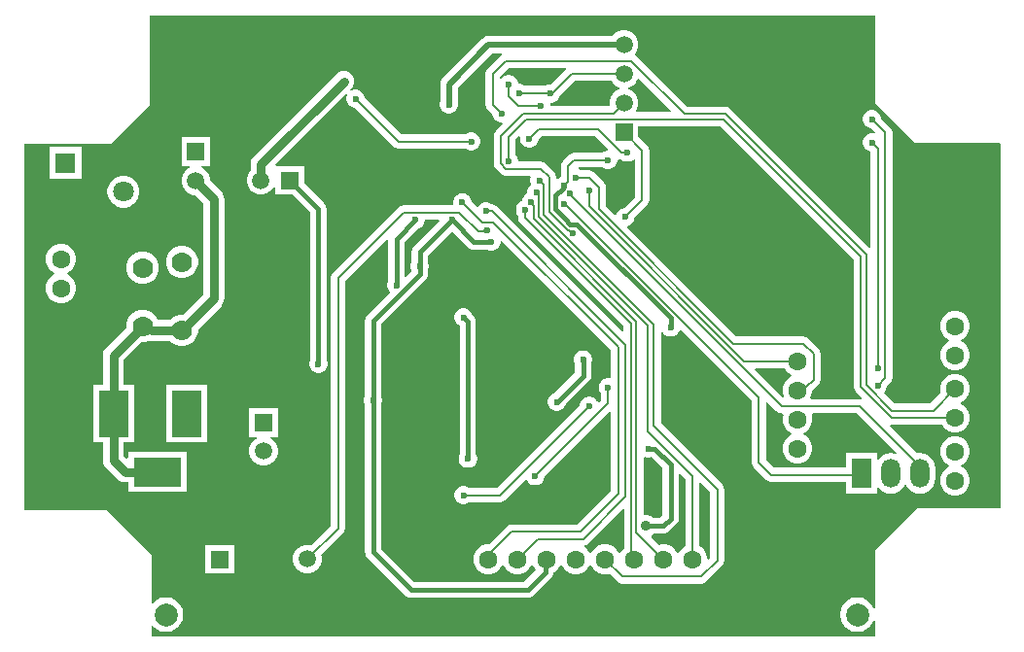
<source format=gbl>
G04*
G04 #@! TF.GenerationSoftware,Altium Limited,Altium Designer,23.6.0 (18)*
G04*
G04 Layer_Physical_Order=2*
G04 Layer_Color=255*
%FSLAX44Y44*%
%MOMM*%
G71*
G04*
G04 #@! TF.SameCoordinates,157544A1-0EA0-4F56-A15C-28E52037D784*
G04*
G04*
G04 #@! TF.FilePolarity,Positive*
G04*
G01*
G75*
%ADD10C,0.2000*%
%ADD36C,2.0000*%
%ADD56C,1.5000*%
%ADD94C,1.8000*%
%ADD102R,1.8000X1.8000*%
%ADD108C,0.4000*%
%ADD109C,0.8000*%
%ADD111C,0.5000*%
%ADD112O,1.6510X2.5400*%
%ADD113R,1.6510X2.5400*%
%ADD114C,1.6000*%
%ADD115R,1.5000X1.5000*%
%ADD116R,4.0640X2.5400*%
%ADD117R,2.5400X4.0640*%
%ADD118C,1.7780*%
%ADD119R,1.5000X1.5000*%
%ADD120R,1.5200X1.5200*%
%ADD121C,1.5200*%
%ADD122C,0.6000*%
%ADD123C,0.9000*%
G36*
X740410Y354330D02*
X774700Y320040D01*
X848360D01*
X849630Y318770D01*
Y1270D01*
X777240D01*
X740410Y-35560D01*
Y-85717D01*
X739140Y-85970D01*
X738463Y-84335D01*
X736821Y-81878D01*
X734732Y-79789D01*
X732275Y-78147D01*
X729545Y-77017D01*
X726647Y-76440D01*
X723693D01*
X720795Y-77017D01*
X718065Y-78147D01*
X715608Y-79789D01*
X713519Y-81878D01*
X711877Y-84335D01*
X710747Y-87065D01*
X710170Y-89963D01*
Y-92917D01*
X710747Y-95815D01*
X711877Y-98545D01*
X713519Y-101002D01*
X715608Y-103091D01*
X718065Y-104733D01*
X720795Y-105864D01*
X723693Y-106440D01*
X726647D01*
X729545Y-105864D01*
X732275Y-104733D01*
X734732Y-103091D01*
X736821Y-101002D01*
X738463Y-98545D01*
X739140Y-96910D01*
X740410Y-97163D01*
Y-110490D01*
X110490D01*
Y-101536D01*
X111760Y-101223D01*
X113628Y-103091D01*
X116085Y-104733D01*
X118815Y-105864D01*
X121713Y-106440D01*
X124667D01*
X127565Y-105864D01*
X130295Y-104733D01*
X132752Y-103091D01*
X134841Y-101002D01*
X136483Y-98545D01*
X137613Y-95815D01*
X138190Y-92917D01*
Y-89963D01*
X137613Y-87065D01*
X136483Y-84335D01*
X134841Y-81878D01*
X132752Y-79789D01*
X130295Y-78147D01*
X127565Y-77017D01*
X124667Y-76440D01*
X121713D01*
X118815Y-77017D01*
X116085Y-78147D01*
X113628Y-79789D01*
X111760Y-81657D01*
X110490Y-81344D01*
Y-39370D01*
X71132Y-12D01*
X0D01*
Y318770D01*
X74930D01*
X109220Y353060D01*
Y430530D01*
X740410D01*
Y354330D01*
D02*
G37*
%LPC*%
G36*
X278130Y382458D02*
X275781Y382148D01*
X273591Y381241D01*
X271711Y379799D01*
X199521Y307609D01*
X198078Y305729D01*
X197172Y303539D01*
X196862Y301190D01*
Y295620D01*
X195938Y294695D01*
X194292Y291845D01*
X193440Y288666D01*
Y285374D01*
X194292Y282195D01*
X195938Y279345D01*
X198265Y277017D01*
X201115Y275372D01*
X204294Y274520D01*
X207586D01*
X210765Y275372D01*
X213615Y277017D01*
X215942Y279345D01*
X217170Y281471D01*
X218440Y281131D01*
Y274520D01*
X233455D01*
X248840Y259135D01*
Y130771D01*
X248445Y130088D01*
X247900Y128053D01*
Y125947D01*
X248445Y123912D01*
X249498Y122088D01*
X250988Y120598D01*
X252812Y119545D01*
X254847Y119000D01*
X256953D01*
X258988Y119545D01*
X260812Y120598D01*
X262302Y122088D01*
X263355Y123912D01*
X263900Y125947D01*
Y128053D01*
X263355Y130088D01*
X262960Y130771D01*
Y262060D01*
X262720Y263887D01*
X262015Y265590D01*
X260893Y267052D01*
X243440Y284505D01*
Y299520D01*
X219607D01*
X218904Y299520D01*
X218334Y300746D01*
X280124Y362537D01*
X281141Y361757D01*
X280835Y361228D01*
X280290Y359193D01*
Y357087D01*
X280835Y355052D01*
X281888Y353228D01*
X283378Y351738D01*
X285202Y350685D01*
X287237Y350140D01*
X287638D01*
X321223Y316556D01*
X323207Y315230D01*
X325548Y314764D01*
X383852D01*
X384136Y314480D01*
X385961Y313427D01*
X387995Y312882D01*
X390102D01*
X392136Y313427D01*
X393960Y314480D01*
X395450Y315970D01*
X396503Y317794D01*
X397048Y319828D01*
Y321935D01*
X396503Y323969D01*
X395450Y325794D01*
X393960Y327283D01*
X392136Y328336D01*
X390102Y328882D01*
X387995D01*
X385961Y328336D01*
X384136Y327283D01*
X383852Y326999D01*
X328082D01*
X296290Y358792D01*
Y359193D01*
X295745Y361228D01*
X294692Y363052D01*
X293202Y364542D01*
X291378Y365595D01*
X289343Y366140D01*
X287237D01*
X285202Y365595D01*
X284673Y365289D01*
X283893Y366306D01*
X284549Y366961D01*
X285991Y368841D01*
X286898Y371031D01*
X287208Y373380D01*
X286898Y375729D01*
X285991Y377919D01*
X284549Y379799D01*
X282669Y381241D01*
X280479Y382148D01*
X278130Y382458D01*
D02*
G37*
G36*
X49710Y316007D02*
X21710D01*
Y288007D01*
X49710D01*
Y316007D01*
D02*
G37*
G36*
X88053Y291113D02*
X84367D01*
X80806Y290159D01*
X77614Y288316D01*
X75007Y285709D01*
X73164Y282517D01*
X72210Y278956D01*
Y275270D01*
X73164Y271709D01*
X75007Y268517D01*
X77614Y265910D01*
X80806Y264067D01*
X84367Y263113D01*
X88053D01*
X91614Y264067D01*
X94806Y265910D01*
X97413Y268517D01*
X99256Y271709D01*
X100210Y275270D01*
Y278956D01*
X99256Y282517D01*
X97413Y285709D01*
X94806Y288316D01*
X91614Y290159D01*
X88053Y291113D01*
D02*
G37*
G36*
X138989Y229790D02*
X135331D01*
X131799Y228843D01*
X128631Y227015D01*
X126045Y224429D01*
X124217Y221261D01*
X123270Y217729D01*
Y214071D01*
X124217Y210539D01*
X126045Y207371D01*
X128631Y204785D01*
X131799Y202957D01*
X135331Y202010D01*
X138989D01*
X142521Y202957D01*
X145689Y204785D01*
X148275Y207371D01*
X150103Y210539D01*
X151050Y214071D01*
Y217729D01*
X150103Y221261D01*
X148275Y224429D01*
X145689Y227015D01*
X142521Y228843D01*
X138989Y229790D01*
D02*
G37*
G36*
X104699Y224710D02*
X101041D01*
X97509Y223763D01*
X94341Y221935D01*
X91755Y219349D01*
X89927Y216181D01*
X88980Y212649D01*
Y208991D01*
X89927Y205459D01*
X91755Y202291D01*
X94341Y199705D01*
X97509Y197877D01*
X101041Y196930D01*
X104699D01*
X108231Y197877D01*
X111399Y199705D01*
X113985Y202291D01*
X115813Y205459D01*
X116760Y208991D01*
Y212649D01*
X115813Y216181D01*
X113985Y219349D01*
X111399Y221935D01*
X108231Y223763D01*
X104699Y224710D01*
D02*
G37*
G36*
X33461Y231440D02*
X30038D01*
X26732Y230554D01*
X23768Y228843D01*
X21347Y226422D01*
X19636Y223458D01*
X18750Y220152D01*
Y216728D01*
X19636Y213422D01*
X21347Y210458D01*
X23768Y208037D01*
X26563Y206424D01*
X26654Y205740D01*
X26563Y205056D01*
X23768Y203443D01*
X21347Y201022D01*
X19636Y198058D01*
X18750Y194751D01*
Y191329D01*
X19636Y188022D01*
X21347Y185058D01*
X23768Y182637D01*
X26732Y180926D01*
X30038Y180040D01*
X33461D01*
X36768Y180926D01*
X39732Y182637D01*
X42153Y185058D01*
X43864Y188022D01*
X44750Y191329D01*
Y194751D01*
X43864Y198058D01*
X42153Y201022D01*
X39732Y203443D01*
X36937Y205056D01*
X36846Y205740D01*
X36937Y206424D01*
X39732Y208037D01*
X42153Y210458D01*
X43864Y213422D01*
X44750Y216728D01*
Y220152D01*
X43864Y223458D01*
X42153Y226422D01*
X39732Y228843D01*
X36768Y230554D01*
X33461Y231440D01*
D02*
G37*
G36*
X161752Y324435D02*
X136752D01*
Y299435D01*
X144192D01*
X144427Y298183D01*
X141577Y296538D01*
X139249Y294210D01*
X137604Y291360D01*
X136752Y288181D01*
Y284889D01*
X137604Y281710D01*
X139249Y278860D01*
X141577Y276533D01*
X144427Y274887D01*
X147606Y274035D01*
X148914D01*
X156022Y266927D01*
Y187910D01*
X138212Y170100D01*
X135331D01*
X131799Y169153D01*
X128631Y167325D01*
X126594Y165288D01*
X115838D01*
X115813Y165381D01*
X113985Y168549D01*
X111399Y171135D01*
X108231Y172963D01*
X104699Y173910D01*
X101041D01*
X97509Y172963D01*
X94341Y171135D01*
X91755Y168549D01*
X89927Y165381D01*
X88980Y161849D01*
Y158968D01*
X71051Y141039D01*
X69608Y139159D01*
X68702Y136969D01*
X68392Y134620D01*
Y109140D01*
X59770D01*
Y58500D01*
X68392D01*
Y43180D01*
X68702Y40831D01*
X69608Y38641D01*
X71051Y36761D01*
X81211Y26601D01*
X81211Y26601D01*
X83091Y25159D01*
X85281Y24252D01*
X87630Y23942D01*
X90250D01*
Y15320D01*
X140890D01*
Y50720D01*
X90250D01*
Y44897D01*
X89077Y44411D01*
X86548Y46940D01*
Y58500D01*
X95170D01*
Y109140D01*
X86548D01*
Y130860D01*
X101818Y146130D01*
X104699D01*
X108231Y147077D01*
X108749Y147376D01*
X110597Y147132D01*
X126594D01*
X128631Y145095D01*
X131799Y143267D01*
X135331Y142320D01*
X138989D01*
X142521Y143267D01*
X145689Y145095D01*
X148275Y147681D01*
X150103Y150849D01*
X151050Y154381D01*
Y157262D01*
X171519Y177731D01*
X172962Y179611D01*
X173868Y181800D01*
X174178Y184150D01*
Y270687D01*
X173868Y273036D01*
X172962Y275226D01*
X171519Y277106D01*
X161752Y286873D01*
Y288181D01*
X160900Y291360D01*
X159254Y294210D01*
X156927Y296538D01*
X154077Y298183D01*
X154312Y299435D01*
X161752D01*
Y324435D01*
D02*
G37*
G36*
X523629Y417730D02*
X520311D01*
X517107Y416871D01*
X514233Y415213D01*
X511888Y412867D01*
X511788Y412695D01*
X403860D01*
X401902Y412437D01*
X400078Y411681D01*
X398511Y410479D01*
X398511Y410479D01*
X364221Y376189D01*
X363019Y374622D01*
X362263Y372798D01*
X362005Y370840D01*
Y355738D01*
X361570Y354113D01*
Y352007D01*
X362115Y349972D01*
X363168Y348148D01*
X364658Y346658D01*
X366482Y345605D01*
X368517Y345060D01*
X370623D01*
X372658Y345605D01*
X374482Y346658D01*
X375972Y348148D01*
X377025Y349972D01*
X377570Y352007D01*
Y354113D01*
X377135Y355738D01*
Y367707D01*
X406993Y397565D01*
X415601D01*
X415986Y396295D01*
X414774Y395486D01*
X403344Y384056D01*
X402018Y382071D01*
X401553Y379730D01*
Y353060D01*
X402018Y350719D01*
X403344Y348734D01*
X407290Y344789D01*
Y344387D01*
X407835Y342352D01*
X408888Y340528D01*
X410378Y339038D01*
X412202Y337985D01*
X414237Y337440D01*
X415892D01*
X416472Y336223D01*
X410398Y330150D01*
X409072Y328165D01*
X408607Y325824D01*
Y301556D01*
X409072Y299215D01*
X410398Y297230D01*
X414785Y292844D01*
X416769Y291518D01*
X419110Y291052D01*
X440101D01*
X440768Y289782D01*
X440310Y288073D01*
Y285967D01*
X440855Y283932D01*
X441139Y283441D01*
X440828Y283262D01*
X439338Y281772D01*
X438285Y279948D01*
X437740Y277913D01*
Y275807D01*
X437879Y275290D01*
X436288Y274372D01*
X434799Y272882D01*
X433745Y271058D01*
X433200Y269023D01*
Y268726D01*
X432913Y268650D01*
X431089Y267596D01*
X429600Y266107D01*
X428546Y264283D01*
X428001Y262248D01*
Y260142D01*
X428546Y258107D01*
X429600Y256283D01*
X429884Y255999D01*
Y254308D01*
X430349Y251967D01*
X431676Y249983D01*
X521553Y160106D01*
Y155508D01*
X520379Y155022D01*
X411122Y264279D01*
X409137Y265606D01*
X407089Y266013D01*
X406747Y266355D01*
X404922Y267408D01*
X402888Y267954D01*
X400781D01*
X398747Y267408D01*
X396922Y266355D01*
X395433Y264866D01*
X394975Y264072D01*
X393716Y263906D01*
X389206Y268416D01*
Y268817D01*
X388661Y270852D01*
X387608Y272676D01*
X386118Y274166D01*
X384294Y275219D01*
X382259Y275764D01*
X380153D01*
X378118Y275219D01*
X376294Y274166D01*
X374804Y272676D01*
X373751Y270852D01*
X373206Y268817D01*
Y266711D01*
X373341Y266205D01*
X372568Y265198D01*
X330200D01*
X327859Y264732D01*
X325874Y263406D01*
X268724Y206256D01*
X267398Y204271D01*
X266933Y201930D01*
Y-13849D01*
X249763Y-31019D01*
X248026Y-30553D01*
X244734D01*
X241555Y-31405D01*
X238705Y-33050D01*
X236378Y-35378D01*
X234732Y-38228D01*
X233880Y-41407D01*
Y-44699D01*
X234732Y-47878D01*
X236378Y-50728D01*
X238705Y-53056D01*
X241555Y-54701D01*
X244734Y-55553D01*
X248026D01*
X251205Y-54701D01*
X254055Y-53056D01*
X256383Y-50728D01*
X258028Y-47878D01*
X258880Y-44699D01*
Y-41407D01*
X258414Y-39670D01*
X277376Y-20709D01*
X278702Y-18724D01*
X279167Y-16383D01*
Y199396D01*
X315520Y235748D01*
X316790Y235222D01*
Y199351D01*
X316395Y198668D01*
X315850Y196633D01*
Y194527D01*
X316395Y192492D01*
X317448Y190668D01*
X318532Y189584D01*
X298538Y169589D01*
X297416Y168127D01*
X296710Y166424D01*
X296470Y164597D01*
Y99021D01*
X296075Y98338D01*
X295530Y96303D01*
Y94197D01*
X296075Y92162D01*
X296470Y91479D01*
Y-36830D01*
X296710Y-38657D01*
X297416Y-40360D01*
X298538Y-41822D01*
X331558Y-74842D01*
X333020Y-75964D01*
X334723Y-76670D01*
X336550Y-76910D01*
X438150D01*
X439977Y-76670D01*
X441680Y-75964D01*
X443142Y-74842D01*
X458382Y-59602D01*
X459505Y-58140D01*
X460210Y-56437D01*
X460416Y-54868D01*
X462642Y-53583D01*
X465063Y-51162D01*
X466676Y-48367D01*
X467360Y-48276D01*
X468044Y-48367D01*
X469657Y-51162D01*
X472078Y-53583D01*
X475042Y-55294D01*
X478349Y-56180D01*
X481772D01*
X485078Y-55294D01*
X488042Y-53583D01*
X490463Y-51162D01*
X492076Y-48367D01*
X492760Y-48276D01*
X493444Y-48367D01*
X495057Y-51162D01*
X497478Y-53583D01*
X500442Y-55294D01*
X503749Y-56180D01*
X507172D01*
X509251Y-55623D01*
X516184Y-62556D01*
X518169Y-63882D01*
X520510Y-64347D01*
X589470D01*
X591811Y-63882D01*
X593796Y-62556D01*
X607576Y-48776D01*
X608902Y-46791D01*
X609367Y-44450D01*
Y17780D01*
X608902Y20121D01*
X607576Y22106D01*
X554217Y75464D01*
Y154746D01*
X555488Y155086D01*
X556208Y153838D01*
X557698Y152348D01*
X559522Y151295D01*
X561557Y150750D01*
X563663D01*
X565698Y151295D01*
X567522Y152348D01*
X569012Y153838D01*
X570065Y155662D01*
X570306Y156564D01*
X571723Y156944D01*
X633368Y95298D01*
Y41234D01*
X633834Y38893D01*
X635160Y36909D01*
X645914Y26154D01*
X647899Y24828D01*
X650240Y24362D01*
X715725D01*
Y14050D01*
X742235D01*
Y19273D01*
X743505Y19704D01*
X744926Y17851D01*
X747695Y15727D01*
X750920Y14391D01*
X754380Y13936D01*
X757840Y14391D01*
X761065Y15727D01*
X763834Y17851D01*
X765958Y20620D01*
X766445Y21795D01*
X767715D01*
X768202Y20620D01*
X770326Y17851D01*
X773095Y15727D01*
X776320Y14391D01*
X779780Y13936D01*
X783240Y14391D01*
X786465Y15727D01*
X789234Y17851D01*
X791358Y20620D01*
X792694Y23845D01*
X793149Y27305D01*
Y36195D01*
X792694Y39655D01*
X791358Y42880D01*
X789234Y45649D01*
X786465Y47773D01*
X783240Y49109D01*
X779780Y49564D01*
X777294Y49237D01*
X753615Y72917D01*
X754240Y74088D01*
X755221Y73892D01*
X798781D01*
X799857Y72028D01*
X802278Y69607D01*
X805242Y67896D01*
X808549Y67010D01*
X811972D01*
X815278Y67896D01*
X818242Y69607D01*
X820663Y72028D01*
X822374Y74992D01*
X823260Y78299D01*
Y81721D01*
X822374Y85028D01*
X820663Y87992D01*
X818242Y90413D01*
X815447Y92026D01*
X815356Y92710D01*
X815447Y93394D01*
X818242Y95007D01*
X820663Y97428D01*
X822374Y100392D01*
X823260Y103699D01*
Y107121D01*
X822374Y110428D01*
X820663Y113392D01*
X818242Y115813D01*
X815278Y117524D01*
X811972Y118410D01*
X808549D01*
X805242Y117524D01*
X802278Y115813D01*
X799857Y113392D01*
X798146Y110428D01*
X797260Y107121D01*
Y103699D01*
X797817Y101619D01*
X788676Y92478D01*
X757825D01*
X748308Y101994D01*
X749352Y103038D01*
X750405Y104862D01*
X750950Y106897D01*
Y107298D01*
X753816Y110164D01*
X755142Y112149D01*
X755608Y114490D01*
Y328740D01*
X755142Y331081D01*
X753816Y333066D01*
X745870Y341012D01*
Y341413D01*
X745325Y343448D01*
X744272Y345272D01*
X742782Y346762D01*
X740958Y347815D01*
X738923Y348360D01*
X736817D01*
X734782Y347815D01*
X732958Y346762D01*
X731468Y345272D01*
X730415Y343448D01*
X729870Y341413D01*
Y339307D01*
X730415Y337272D01*
X731468Y335448D01*
X732958Y333958D01*
X734782Y332905D01*
X736817Y332360D01*
X737218D01*
X740700Y328879D01*
X740042Y327740D01*
X738923Y328040D01*
X736817D01*
X734782Y327495D01*
X732958Y326442D01*
X731468Y324952D01*
X730415Y323128D01*
X729870Y321093D01*
Y318987D01*
X730415Y316952D01*
X731468Y315128D01*
X732958Y313638D01*
X734782Y312585D01*
X736817Y312040D01*
X736833D01*
Y228589D01*
X735659Y228103D01*
X614536Y349226D01*
X612552Y350552D01*
X610210Y351017D01*
X577114D01*
X532646Y395486D01*
X531979Y395931D01*
X531854Y397195D01*
X532052Y397393D01*
X533711Y400267D01*
X534570Y403471D01*
Y406789D01*
X533711Y409993D01*
X532052Y412867D01*
X529707Y415213D01*
X526833Y416871D01*
X523629Y417730D01*
D02*
G37*
G36*
X811972Y173020D02*
X808549D01*
X805242Y172134D01*
X802278Y170423D01*
X799857Y168002D01*
X798146Y165038D01*
X797260Y161731D01*
Y158308D01*
X798146Y155002D01*
X799857Y152038D01*
X802278Y149617D01*
X805073Y148004D01*
X805164Y147320D01*
X805073Y146636D01*
X802278Y145023D01*
X799857Y142602D01*
X798146Y139638D01*
X797260Y136332D01*
Y132908D01*
X798146Y129602D01*
X799857Y126638D01*
X802278Y124217D01*
X805242Y122506D01*
X808549Y121620D01*
X811972D01*
X815278Y122506D01*
X818242Y124217D01*
X820663Y126638D01*
X822374Y129602D01*
X823260Y132908D01*
Y136332D01*
X822374Y139638D01*
X820663Y142602D01*
X818242Y145023D01*
X815447Y146636D01*
X815356Y147320D01*
X815447Y148004D01*
X818242Y149617D01*
X820663Y152038D01*
X822374Y155002D01*
X823260Y158308D01*
Y161731D01*
X822374Y165038D01*
X820663Y168002D01*
X818242Y170423D01*
X815278Y172134D01*
X811972Y173020D01*
D02*
G37*
G36*
X158670Y109140D02*
X123270D01*
Y58500D01*
X158670D01*
Y109140D01*
D02*
G37*
G36*
X220780Y88500D02*
X195780D01*
Y63500D01*
X202391D01*
X202731Y62230D01*
X200605Y61002D01*
X198277Y58675D01*
X196632Y55825D01*
X195780Y52646D01*
Y49354D01*
X196632Y46175D01*
X198277Y43325D01*
X200605Y40998D01*
X203455Y39352D01*
X206634Y38500D01*
X209926D01*
X213105Y39352D01*
X215955Y40998D01*
X218283Y43325D01*
X219928Y46175D01*
X220780Y49354D01*
Y52646D01*
X219928Y55825D01*
X218283Y58675D01*
X215955Y61002D01*
X213829Y62230D01*
X214169Y63500D01*
X220780D01*
Y88500D01*
D02*
G37*
G36*
X811972Y63800D02*
X808549D01*
X805242Y62914D01*
X802278Y61203D01*
X799857Y58782D01*
X798146Y55818D01*
X797260Y52512D01*
Y49089D01*
X798146Y45782D01*
X799857Y42818D01*
X802278Y40397D01*
X805073Y38784D01*
X805164Y38100D01*
X805073Y37416D01*
X802278Y35803D01*
X799857Y33382D01*
X798146Y30418D01*
X797260Y27111D01*
Y23688D01*
X798146Y20382D01*
X799857Y17418D01*
X802278Y14997D01*
X805242Y13286D01*
X808549Y12400D01*
X811972D01*
X815278Y13286D01*
X818242Y14997D01*
X820663Y17418D01*
X822374Y20382D01*
X823260Y23688D01*
Y27111D01*
X822374Y30418D01*
X820663Y33382D01*
X818242Y35803D01*
X815447Y37416D01*
X815356Y38100D01*
X815447Y38784D01*
X818242Y40397D01*
X820663Y42818D01*
X822374Y45782D01*
X823260Y49089D01*
Y52512D01*
X822374Y55818D01*
X820663Y58782D01*
X818242Y61203D01*
X815278Y62914D01*
X811972Y63800D01*
D02*
G37*
G36*
X182680Y-30680D02*
X157680D01*
Y-55680D01*
X182680D01*
Y-30680D01*
D02*
G37*
%LPD*%
G36*
X471641Y383773D02*
X458508Y370640D01*
X457257D01*
X455222Y370095D01*
X453911Y369338D01*
X435726D01*
X435442Y369622D01*
X433618Y370675D01*
X431583Y371220D01*
X429640D01*
Y371893D01*
X429095Y373928D01*
X428042Y375752D01*
X426552Y377242D01*
X424728Y378295D01*
X422693Y378840D01*
X420587D01*
X418552Y378295D01*
X416728Y377242D01*
X415238Y375752D01*
X415057Y375439D01*
X413787Y375779D01*
Y377196D01*
X421634Y385042D01*
X471240D01*
X471641Y383773D01*
D02*
G37*
G36*
X511888Y371993D02*
X514233Y369647D01*
X517107Y367989D01*
X518231Y367687D01*
Y366373D01*
X517107Y366071D01*
X514233Y364412D01*
X511888Y362067D01*
X510229Y359193D01*
X509370Y355989D01*
Y352671D01*
X509398Y352565D01*
X508625Y351558D01*
X457770D01*
Y353033D01*
X457609Y353632D01*
X458383Y354640D01*
X459363D01*
X461398Y355185D01*
X463222Y356238D01*
X464712Y357728D01*
X465765Y359552D01*
X466146Y360975D01*
X478784Y373613D01*
X510953D01*
X511888Y371993D01*
D02*
G37*
G36*
X563178Y347651D02*
X562692Y346478D01*
X533452D01*
X532719Y347747D01*
X533711Y349467D01*
X534570Y352671D01*
Y355989D01*
X533711Y359193D01*
X532052Y362067D01*
X529707Y364412D01*
X526833Y366071D01*
X525709Y366373D01*
Y367687D01*
X526833Y367989D01*
X529707Y369647D01*
X532052Y371993D01*
X533711Y374867D01*
X533858Y375415D01*
X535085Y375743D01*
X563178Y347651D01*
D02*
G37*
G36*
X507972Y314070D02*
X507446Y312800D01*
X506947D01*
X504912Y312255D01*
X503088Y311202D01*
X502804Y310917D01*
X478692D01*
X476351Y310452D01*
X474366Y309126D01*
X468988Y303748D01*
X467662Y301763D01*
X467196Y299422D01*
Y289838D01*
X466544Y289663D01*
X464719Y288610D01*
X464208Y288098D01*
X462938Y288624D01*
Y289940D01*
X462472Y292281D01*
X461146Y294266D01*
X453916Y301495D01*
X451932Y302821D01*
X449591Y303287D01*
X429819D01*
Y304763D01*
X429274Y306797D01*
X428221Y308622D01*
X427757Y309085D01*
Y322586D01*
X430404Y325232D01*
X431542Y324575D01*
X431510Y324454D01*
Y322348D01*
X432055Y320313D01*
X433108Y318489D01*
X434598Y316999D01*
X436422Y315946D01*
X438457Y315401D01*
X440563D01*
X442598Y315946D01*
X444422Y316999D01*
X445912Y318489D01*
X446965Y320313D01*
X447510Y322348D01*
Y322749D01*
X450113Y325353D01*
X496690D01*
X507972Y314070D01*
D02*
G37*
G36*
X531789Y305129D02*
Y272470D01*
X522338Y263020D01*
X521937D01*
X519902Y262475D01*
X518078Y261422D01*
X516589Y259932D01*
X515535Y258108D01*
X515327Y257332D01*
X513911Y256952D01*
X506497Y264365D01*
Y280670D01*
X506032Y283011D01*
X504706Y284996D01*
X495816Y293886D01*
X493831Y295212D01*
X491490Y295678D01*
X485050D01*
X484766Y295962D01*
X482942Y297015D01*
X482901Y297026D01*
X482255Y298514D01*
X482346Y298682D01*
X502804D01*
X503088Y298398D01*
X504912Y297345D01*
X506947Y296800D01*
X509053D01*
X511088Y297345D01*
X512912Y298398D01*
X514402Y299888D01*
X515455Y301712D01*
X516000Y303747D01*
Y304774D01*
X517185Y305488D01*
X517270Y305485D01*
X519494Y305042D01*
X519788Y304748D01*
X521612Y303695D01*
X523647Y303150D01*
X525753D01*
X527788Y303695D01*
X529612Y304748D01*
X530519Y305655D01*
X531789Y305129D01*
D02*
G37*
G36*
X361444Y251789D02*
X339178Y229522D01*
X338055Y228060D01*
X337350Y226357D01*
X337110Y224530D01*
Y215861D01*
X336715Y215178D01*
X336170Y213143D01*
Y211037D01*
X336715Y209002D01*
X337110Y208319D01*
Y208161D01*
X332084Y203136D01*
X330910Y203622D01*
Y233106D01*
X342686Y244881D01*
X343448Y245085D01*
X345272Y246138D01*
X346762Y247628D01*
X347815Y249452D01*
X348360Y251487D01*
Y252962D01*
X360958D01*
X361444Y251789D01*
D02*
G37*
G36*
X386048Y228688D02*
X387510Y227565D01*
X389213Y226860D01*
X391040Y226620D01*
X402629D01*
X403312Y226225D01*
X405347Y225680D01*
X407453D01*
X409488Y226225D01*
X411312Y227278D01*
X412802Y228768D01*
X413855Y230592D01*
X414400Y232627D01*
Y233846D01*
X415670Y234372D01*
X510773Y139269D01*
Y115262D01*
X509765Y114489D01*
X509053Y114680D01*
X506947D01*
X504912Y114135D01*
X503088Y113082D01*
X501598Y111592D01*
X500545Y109768D01*
X500000Y107733D01*
Y105627D01*
X500545Y103592D01*
X501598Y101768D01*
X501883Y101484D01*
Y95244D01*
X500350Y93711D01*
X498884Y94042D01*
X498140Y95330D01*
X496651Y96820D01*
X494826Y97873D01*
X492792Y98418D01*
X490685D01*
X488651Y97873D01*
X486826Y96820D01*
X485337Y95330D01*
X484284Y93506D01*
X483739Y91472D01*
Y91070D01*
X411486Y18817D01*
X387466D01*
X387182Y19102D01*
X385358Y20155D01*
X383323Y20700D01*
X381217D01*
X379182Y20155D01*
X377358Y19102D01*
X375868Y17612D01*
X374815Y15788D01*
X374270Y13753D01*
Y11647D01*
X374815Y9612D01*
X375868Y7788D01*
X377358Y6298D01*
X379182Y5245D01*
X381217Y4700D01*
X383323D01*
X385358Y5245D01*
X387182Y6298D01*
X387466Y6582D01*
X414020D01*
X416361Y7048D01*
X418346Y8374D01*
X435889Y25917D01*
X437354Y25587D01*
X438098Y24298D01*
X439588Y22808D01*
X441412Y21755D01*
X443447Y21210D01*
X445553D01*
X447588Y21755D01*
X449412Y22808D01*
X450902Y24298D01*
X451955Y26122D01*
X452500Y28157D01*
Y28558D01*
X462531Y38590D01*
X509599Y85658D01*
X510773Y85172D01*
Y16504D01*
X481336Y-12932D01*
X424180D01*
X421839Y-13398D01*
X419854Y-14724D01*
X404398Y-30180D01*
X402149D01*
X398842Y-31066D01*
X395878Y-32777D01*
X393457Y-35198D01*
X391746Y-38162D01*
X390860Y-41469D01*
Y-44892D01*
X391746Y-48198D01*
X393457Y-51162D01*
X395878Y-53583D01*
X398842Y-55294D01*
X402149Y-56180D01*
X405572D01*
X408878Y-55294D01*
X411842Y-53583D01*
X414263Y-51162D01*
X415876Y-48367D01*
X416560Y-48276D01*
X417244Y-48367D01*
X418857Y-51162D01*
X421278Y-53583D01*
X424242Y-55294D01*
X427548Y-56180D01*
X430971D01*
X434278Y-55294D01*
X437242Y-53583D01*
X439663Y-51162D01*
X441276Y-48367D01*
X441960Y-48276D01*
X442644Y-48367D01*
X444257Y-51162D01*
X445555Y-52460D01*
X435225Y-62790D01*
X339474D01*
X310590Y-33905D01*
Y91479D01*
X310985Y92162D01*
X311530Y94197D01*
Y96303D01*
X310985Y98338D01*
X310590Y99021D01*
Y161672D01*
X349162Y200244D01*
X350285Y201707D01*
X350990Y203410D01*
X351230Y205237D01*
Y208319D01*
X351625Y209002D01*
X352170Y211037D01*
Y213143D01*
X351625Y215178D01*
X351230Y215861D01*
Y221605D01*
X372180Y242555D01*
X386048Y228688D01*
D02*
G37*
G36*
X662697Y121558D02*
X665118Y119137D01*
X667913Y117524D01*
X668004Y116840D01*
X667913Y116156D01*
X665118Y114543D01*
X662697Y112122D01*
X660986Y109158D01*
X660100Y105851D01*
Y102429D01*
X660986Y99122D01*
X661382Y98435D01*
X660366Y97656D01*
X635773Y122249D01*
X636259Y123422D01*
X661621D01*
X662697Y121558D01*
D02*
G37*
G36*
X722132Y217906D02*
Y106981D01*
X722598Y104640D01*
X723924Y102655D01*
X729206Y97373D01*
X728580Y96202D01*
X727600Y96397D01*
X684911D01*
X684276Y97497D01*
X685214Y99122D01*
X686100Y102429D01*
Y103310D01*
X691396Y108606D01*
X692722Y110590D01*
X693187Y112932D01*
Y135890D01*
X692722Y138231D01*
X691396Y140216D01*
X682506Y149106D01*
X680521Y150432D01*
X678180Y150898D01*
X619965D01*
X524922Y245941D01*
X525302Y247357D01*
X526078Y247565D01*
X527902Y248619D01*
X529392Y250108D01*
X530445Y251932D01*
X530990Y253967D01*
Y254369D01*
X542232Y265611D01*
X543558Y267595D01*
X544024Y269936D01*
Y312994D01*
X543558Y315335D01*
X542232Y317320D01*
X534570Y324981D01*
Y334243D01*
X605796D01*
X722132Y217906D01*
D02*
G37*
G36*
X654765Y85954D02*
X656749Y84628D01*
X659090Y84163D01*
X659818D01*
X660754Y82892D01*
X660100Y80451D01*
Y77028D01*
X660986Y73722D01*
X662697Y70758D01*
X665118Y68337D01*
X667913Y66724D01*
X668004Y66040D01*
X667913Y65356D01*
X665118Y63743D01*
X662697Y61322D01*
X660986Y58358D01*
X660100Y55051D01*
Y51628D01*
X660986Y48322D01*
X662697Y45358D01*
X665118Y42937D01*
X668082Y41226D01*
X671388Y40340D01*
X674811D01*
X678118Y41226D01*
X681082Y42937D01*
X683503Y45358D01*
X685214Y48322D01*
X686100Y51628D01*
Y55051D01*
X685214Y58358D01*
X683503Y61322D01*
X681082Y63743D01*
X678287Y65356D01*
X678196Y66040D01*
X678287Y66724D01*
X681082Y68337D01*
X683503Y70758D01*
X685214Y73722D01*
X686100Y77028D01*
Y80451D01*
X685446Y82892D01*
X686383Y84163D01*
X725066D01*
X759385Y49844D01*
X758665Y48767D01*
X757840Y49109D01*
X754380Y49564D01*
X750920Y49109D01*
X747695Y47773D01*
X744926Y45649D01*
X743505Y43796D01*
X742235Y44227D01*
Y49450D01*
X715725D01*
Y36597D01*
X652774D01*
X645603Y43768D01*
Y93456D01*
X646777Y93942D01*
X654765Y85954D01*
D02*
G37*
G36*
X540472Y45885D02*
X542507Y45340D01*
X544613D01*
X546224Y45771D01*
X555550Y36446D01*
Y-4696D01*
X553335Y-6910D01*
X547585D01*
X547043Y-6368D01*
X544877Y-5117D01*
X542461Y-4470D01*
X539959D01*
X538978Y-3717D01*
Y45478D01*
X540077Y46113D01*
X540472Y45885D01*
D02*
G37*
G36*
X575542Y26676D02*
Y-31701D01*
X573678Y-32777D01*
X571257Y-35198D01*
X569644Y-37993D01*
X568960Y-38084D01*
X568276Y-37993D01*
X566663Y-35198D01*
X564242Y-32777D01*
X561278Y-31066D01*
X557971Y-30180D01*
X554548D01*
X552469Y-30737D01*
X545602Y-23870D01*
X545811Y-22283D01*
X547043Y-21572D01*
X547585Y-21030D01*
X556260D01*
X558087Y-20790D01*
X559790Y-20085D01*
X561252Y-18962D01*
X567602Y-12612D01*
X568725Y-11150D01*
X569430Y-9447D01*
X569670Y-7620D01*
Y30889D01*
X570844Y31375D01*
X575542Y26676D01*
D02*
G37*
G36*
X522202Y82D02*
Y-33453D01*
X520457Y-35198D01*
X518844Y-37993D01*
X518160Y-38084D01*
X517476Y-37993D01*
X515863Y-35198D01*
X513442Y-32777D01*
X510478Y-31066D01*
X507172Y-30180D01*
X503749D01*
X500442Y-31066D01*
X497478Y-32777D01*
X495057Y-35198D01*
X493444Y-37993D01*
X492760Y-38084D01*
X492076Y-37993D01*
X490463Y-35198D01*
X488042Y-32777D01*
X487669Y-32562D01*
X487890Y-31223D01*
X488751Y-31052D01*
X490736Y-29726D01*
X521029Y568D01*
X522202Y82D01*
D02*
G37*
G36*
X597132Y15246D02*
Y-41916D01*
X595833Y-43215D01*
X594660Y-42729D01*
Y-41469D01*
X593774Y-38162D01*
X592063Y-35198D01*
X589642Y-32777D01*
X587777Y-31701D01*
Y22942D01*
X588951Y23428D01*
X597132Y15246D01*
D02*
G37*
%LPC*%
G36*
X487463Y138810D02*
X485357D01*
X483322Y138265D01*
X481498Y137212D01*
X480008Y135722D01*
X478955Y133898D01*
X478410Y131863D01*
Y129757D01*
X478955Y127722D01*
X479350Y127039D01*
Y119764D01*
X461224Y101639D01*
X460462Y101435D01*
X458638Y100382D01*
X457148Y98892D01*
X456095Y97068D01*
X455550Y95033D01*
Y92927D01*
X456095Y90892D01*
X457148Y89068D01*
X458638Y87578D01*
X460462Y86525D01*
X462497Y85980D01*
X464603D01*
X466638Y86525D01*
X468462Y87578D01*
X469952Y89068D01*
X471005Y90892D01*
X471209Y91654D01*
X491402Y111848D01*
X492524Y113310D01*
X493230Y115013D01*
X493470Y116840D01*
Y127039D01*
X493865Y127722D01*
X494410Y129757D01*
Y131863D01*
X493865Y133898D01*
X492812Y135722D01*
X491322Y137212D01*
X489498Y138265D01*
X487463Y138810D01*
D02*
G37*
G36*
X383323Y175640D02*
X381217D01*
X379182Y175095D01*
X377358Y174042D01*
X375868Y172552D01*
X374815Y170728D01*
X374270Y168693D01*
Y166587D01*
X374815Y164552D01*
X375868Y162728D01*
X377358Y161238D01*
X379020Y160279D01*
Y48221D01*
X378625Y47538D01*
X378080Y45503D01*
Y43397D01*
X378625Y41362D01*
X379678Y39538D01*
X381168Y38048D01*
X382992Y36995D01*
X385027Y36450D01*
X387133D01*
X389168Y36995D01*
X390992Y38048D01*
X392482Y39538D01*
X393535Y41362D01*
X394080Y43397D01*
Y45503D01*
X393535Y47538D01*
X393140Y48221D01*
Y163830D01*
X392900Y165657D01*
X392195Y167360D01*
X391072Y168822D01*
X389929Y169966D01*
X389725Y170728D01*
X388672Y172552D01*
X387182Y174042D01*
X385358Y175095D01*
X383323Y175640D01*
D02*
G37*
%LPD*%
D10*
X456820Y259460D02*
X472980Y243300D01*
X476438Y241300D02*
X477520D01*
X474438Y243300D02*
X476438Y241300D01*
X472980Y243300D02*
X474438D01*
X456820Y259460D02*
Y289940D01*
X548100Y72930D02*
Y161471D01*
X452280Y257291D02*
X548100Y161471D01*
X447740Y255411D02*
X542290Y160861D01*
Y68580D02*
Y160861D01*
X532860Y-19780D02*
Y163870D01*
X443200Y253530D02*
X532860Y163870D01*
X528320Y-40640D02*
Y161990D01*
X436001Y254308D02*
X528320Y161990D01*
X436001Y254308D02*
Y261195D01*
X443200Y253530D02*
Y264888D01*
X441200Y266888D02*
Y267970D01*
Y266888D02*
X443200Y264888D01*
X445740Y275778D02*
X447740Y273778D01*
X445740Y275778D02*
Y276860D01*
X447740Y255411D02*
Y273778D01*
X448310Y287020D02*
X452280Y283050D01*
Y257291D02*
Y283050D01*
X419110Y297169D02*
X449591D01*
X456820Y289940D01*
X414724Y301556D02*
Y325824D01*
Y301556D02*
X419110Y297169D01*
X414724Y325824D02*
X434340Y345440D01*
X473314Y299422D02*
X478692Y304800D01*
X508000D01*
X473314Y285891D02*
Y299422D01*
X469632Y282208D02*
X473314Y285891D01*
X474800Y274570D02*
X659090Y90280D01*
X474800Y274570D02*
Y275410D01*
X659090Y90280D02*
X727600D01*
X470618Y266700D02*
X482938Y254380D01*
X469900Y266700D02*
X470618D01*
X482938Y254380D02*
X482938D01*
X406796Y259954D02*
X523240Y143510D01*
X401835Y259954D02*
X406796D01*
X408313Y250380D02*
X516890Y141803D01*
X398590Y250380D02*
X408313D01*
X516890Y13970D02*
Y141803D01*
X532860Y-19780D02*
X556260Y-43180D01*
X610210Y344900D02*
X732790Y222320D01*
X574580Y344900D02*
X610210D01*
X528320Y391160D02*
X574580Y344900D01*
X732790Y108861D02*
Y222320D01*
X419100Y391160D02*
X528320D01*
X457730Y363220D02*
X459740D01*
X273050Y201930D02*
X330200Y259080D01*
X273050Y-16383D02*
Y201930D01*
X330200Y259080D02*
X378460D01*
X528320Y-40640D02*
X530860Y-43180D01*
X542290Y68580D02*
X581660Y29210D01*
X381206Y267764D02*
X398590Y250380D01*
X434340Y345440D02*
X513080D01*
X430340Y351980D02*
X449770D01*
X421640Y360680D02*
Y370840D01*
Y360680D02*
X430340Y351980D01*
X476250Y379730D02*
X521970D01*
X459740Y363220D02*
X476250Y379730D01*
X430530Y363220D02*
X457730D01*
X407670Y379730D02*
X419100Y391160D01*
X407670Y353060D02*
Y379730D01*
Y353060D02*
X415290Y345440D01*
X581660Y-43180D02*
Y29210D01*
X394970Y242570D02*
X399418D01*
X378460Y259080D02*
X394970Y242570D01*
X424180Y-19050D02*
X483870D01*
X516890Y13970D01*
X458205Y42915D02*
X458205D01*
X444500Y29210D02*
X458205Y42915D01*
X508000Y92710D02*
Y106680D01*
X458205Y42915D02*
X508000Y92710D01*
X486410Y-25400D02*
X523240Y11430D01*
X429260Y-43180D02*
X447040Y-25400D01*
X486410D01*
X523240Y11430D02*
Y143510D01*
X603250Y-44450D02*
Y17780D01*
X520510Y-58230D02*
X589470D01*
X603250Y-44450D01*
X548100Y72930D02*
X603250Y17780D01*
X482938Y254380D02*
X639486Y97832D01*
Y41234D02*
Y97832D01*
X500380Y261831D02*
X617431Y144780D01*
X678180D02*
X687070Y135890D01*
X617431Y144780D02*
X678180D01*
X491477Y264314D02*
X626251Y129540D01*
X673100D01*
X687070Y112932D02*
Y135890D01*
X680957Y106819D02*
X687070Y112932D01*
X673100Y104140D02*
X675779Y106819D01*
X680957D01*
X727600Y90280D02*
X776682Y41198D01*
X727710Y30480D02*
X728980Y31750D01*
X650240Y30480D02*
X727710D01*
X639486Y41234D02*
X650240Y30480D01*
X414020Y12700D02*
X491738Y90418D01*
X382270Y12700D02*
X414020D01*
X505460Y-43180D02*
X520510Y-58230D01*
X403860Y-43180D02*
Y-39392D01*
X407733Y-35518D01*
Y-35497D01*
X424180Y-19050D01*
X521970Y328930D02*
X537906Y312994D01*
Y269936D02*
Y312994D01*
X522990Y255020D02*
X537906Y269936D01*
X500380Y261831D02*
Y280670D01*
X491490Y289560D02*
X500380Y280670D01*
X479854Y289560D02*
X491490D01*
X491477Y264314D02*
Y277937D01*
X325548Y320882D02*
X389048D01*
X288290Y358140D02*
X325548Y320882D01*
X421640Y303889D02*
X421819Y303710D01*
X421640Y303889D02*
Y325120D01*
X436880Y340360D01*
X513080Y345440D02*
X521970Y354330D01*
X457730Y363220D02*
X458310Y362640D01*
X519544Y311150D02*
X524700D01*
X499224Y331470D02*
X519544Y311150D01*
X728980Y31750D02*
Y34578D01*
X401825Y243075D02*
X402590Y243840D01*
X399923Y243075D02*
X401825D01*
X399418Y242570D02*
X399923Y243075D01*
X436880Y340360D02*
X608330D01*
X728250Y106981D02*
Y220440D01*
X608330Y340360D02*
X728250Y220440D01*
X749490Y114490D02*
Y328740D01*
X737870Y340360D02*
X749490Y328740D01*
X447579Y331470D02*
X499224D01*
X439510Y323401D02*
X447579Y331470D01*
X732790Y108861D02*
X755291Y86360D01*
X791210D02*
X810260Y105410D01*
X755291Y86360D02*
X791210D01*
X728250Y106981D02*
X755221Y80010D01*
X810260D01*
X742950Y107950D02*
X749490Y114490D01*
X742950Y123190D02*
Y314960D01*
X737870Y320040D02*
X742950Y314960D01*
X246380Y-43053D02*
X273050Y-16383D01*
D36*
X725170Y-91440D02*
D03*
X123190D02*
D03*
D56*
X246380Y-43053D02*
D03*
X149252Y286535D02*
D03*
X208280Y51000D02*
D03*
X205940Y287020D02*
D03*
D94*
X86210Y277113D02*
D03*
D102*
X35710Y302007D02*
D03*
D108*
X462360Y261755D02*
X471170Y252945D01*
X462360Y273633D02*
X468632Y279905D01*
Y280667D02*
X469632Y281667D01*
X471170Y252945D02*
X475275Y248840D01*
X468632Y279905D02*
Y280667D01*
X462360Y261755D02*
Y273633D01*
X469632Y281667D02*
Y282208D01*
X471170Y252945D02*
Y252945D01*
X475275Y248840D02*
X480643D01*
X463550Y93980D02*
X486410Y116840D01*
Y130810D01*
X453390Y-54610D02*
Y-42702D01*
X303530Y-36830D02*
X336550Y-69850D01*
X438150D02*
X453390Y-54610D01*
X336550Y-69850D02*
X438150D01*
X303530Y-36830D02*
Y95250D01*
X562610Y158750D02*
Y166873D01*
X480643Y248840D02*
X562610Y166873D01*
X541210Y-13970D02*
X556260D01*
X562610Y-7620D02*
Y39370D01*
X556260Y-13970D02*
X562610Y-7620D01*
X543560Y53340D02*
X548640D01*
X562610Y39370D01*
X382270Y167640D02*
X386080Y163830D01*
Y44450D02*
Y163830D01*
X372180Y252540D02*
X391040Y233680D01*
X406400D01*
X344170Y212090D02*
Y224530D01*
Y205237D02*
Y212090D01*
X303530Y164597D02*
X344170Y205237D01*
Y224530D02*
X372180Y252540D01*
X303530Y95250D02*
Y164597D01*
X323850Y195580D02*
Y236030D01*
X340360Y252540D01*
X230940Y287020D02*
X255900Y262060D01*
Y127000D02*
Y262060D01*
D109*
X205940Y287020D02*
Y301190D01*
X278130Y373380D01*
X77470Y134620D02*
X102870Y160020D01*
X77470Y43180D02*
Y134620D01*
X87630Y33020D02*
X113030D01*
X77470Y43180D02*
X87630Y33020D01*
X149252Y286535D02*
X165100Y270687D01*
Y184150D02*
Y270687D01*
X137160Y156210D02*
X165100Y184150D01*
X86210Y274407D02*
Y277113D01*
X229997Y286077D02*
X230940Y287020D01*
X104140Y210820D02*
X106786D01*
X110597Y156210D02*
X137160D01*
X106786Y160020D02*
X110597Y156210D01*
D111*
X403860Y405130D02*
X521970D01*
X369570Y353060D02*
Y370840D01*
X403860Y405130D01*
D112*
X779780Y31750D02*
D03*
X754380D02*
D03*
D113*
X728980D02*
D03*
D114*
X403860Y-43180D02*
D03*
X429260D02*
D03*
X454660D02*
D03*
X480060D02*
D03*
X505460D02*
D03*
X530860D02*
D03*
X556260D02*
D03*
X581660D02*
D03*
X31750Y193040D02*
D03*
Y218440D02*
D03*
X810260Y25400D02*
D03*
Y50800D02*
D03*
Y80010D02*
D03*
Y105410D02*
D03*
Y160020D02*
D03*
Y134620D02*
D03*
X673100Y129540D02*
D03*
Y104140D02*
D03*
Y78740D02*
D03*
Y53340D02*
D03*
D115*
X170180Y-43180D02*
D03*
X230940Y287020D02*
D03*
D116*
X115570Y33020D02*
D03*
D117*
X77470Y83820D02*
D03*
X140970D02*
D03*
D118*
X102870Y160020D02*
D03*
Y210820D02*
D03*
X137160Y215900D02*
D03*
Y156210D02*
D03*
D119*
X149252Y311935D02*
D03*
X208280Y76000D02*
D03*
D120*
X521970Y328930D02*
D03*
D121*
Y354330D02*
D03*
Y379730D02*
D03*
Y405130D02*
D03*
D122*
X436001Y261195D02*
D03*
X441200Y267970D02*
D03*
X445740Y276860D02*
D03*
X448310Y287020D02*
D03*
X469632Y282208D02*
D03*
X474800Y275410D02*
D03*
X469900Y266700D02*
D03*
X486410Y130810D02*
D03*
X463550Y93980D02*
D03*
X382270Y12700D02*
D03*
X406400Y233680D02*
D03*
X477520Y241300D02*
D03*
X522990Y255020D02*
D03*
X562610Y158750D02*
D03*
X444500Y29210D02*
D03*
X491738Y90418D02*
D03*
X508000Y106680D02*
D03*
Y304800D02*
D03*
X288290Y358140D02*
D03*
X389048Y320882D02*
D03*
X421819Y303710D02*
D03*
X421640Y370840D02*
D03*
X449770Y351980D02*
D03*
X458310Y362640D02*
D03*
X479854Y289560D02*
D03*
X369570Y353060D02*
D03*
X524700Y311150D02*
D03*
X278130Y373380D02*
D03*
X430530Y363220D02*
D03*
X402590Y243840D02*
D03*
X381206Y267764D02*
D03*
X401835Y259954D02*
D03*
X344170Y212090D02*
D03*
X372180Y252540D02*
D03*
X491477Y277937D02*
D03*
X415290Y345440D02*
D03*
X439510Y323401D02*
D03*
X386080Y44450D02*
D03*
X382270Y167640D02*
D03*
X737870Y340360D02*
D03*
Y320040D02*
D03*
X742950Y123190D02*
D03*
Y107950D02*
D03*
X303530Y95250D02*
D03*
X323850Y195580D02*
D03*
X340360Y252540D02*
D03*
X543560Y53340D02*
D03*
X255900Y127000D02*
D03*
D123*
X541210Y-13970D02*
D03*
M02*

</source>
